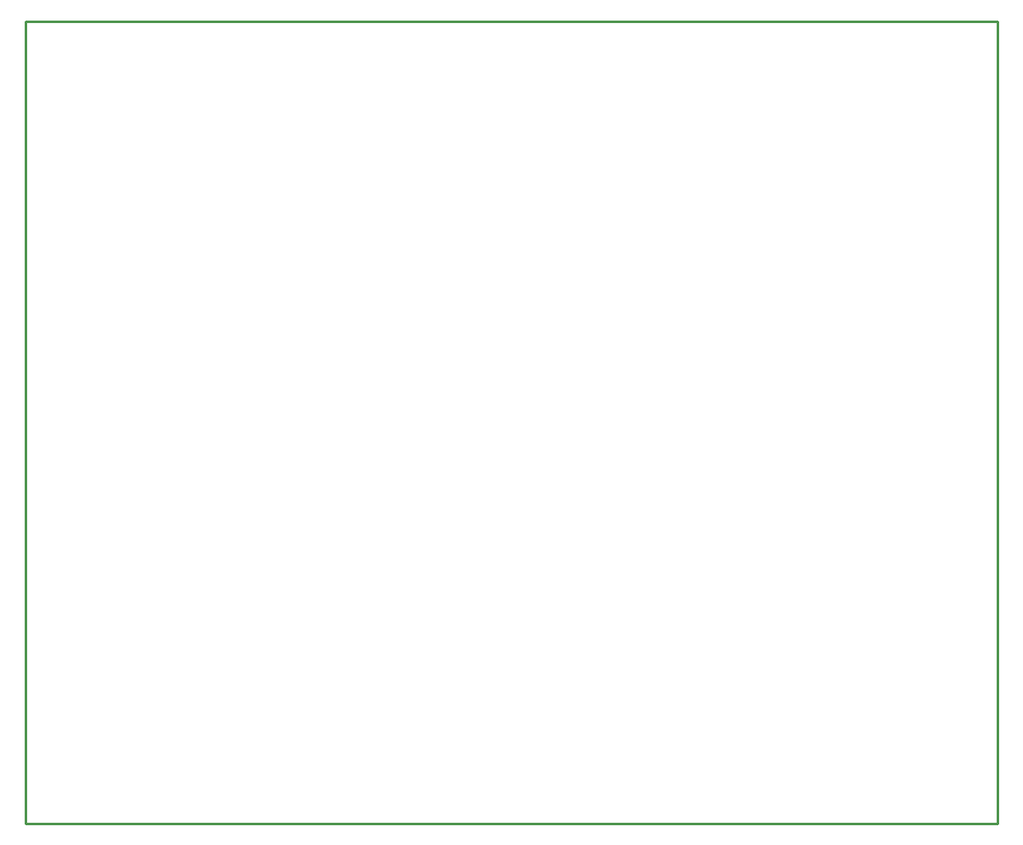
<source format=gko>
G04 Layer_Color=16711935*
%FSLAX25Y25*%
%MOIN*%
G70*
G01*
G75*
%ADD10C,0.01000*%
D10*
X196850Y39370D02*
Y364173D01*
Y39370D02*
X590551D01*
Y364173D01*
X196850D02*
X590551D01*
M02*

</source>
